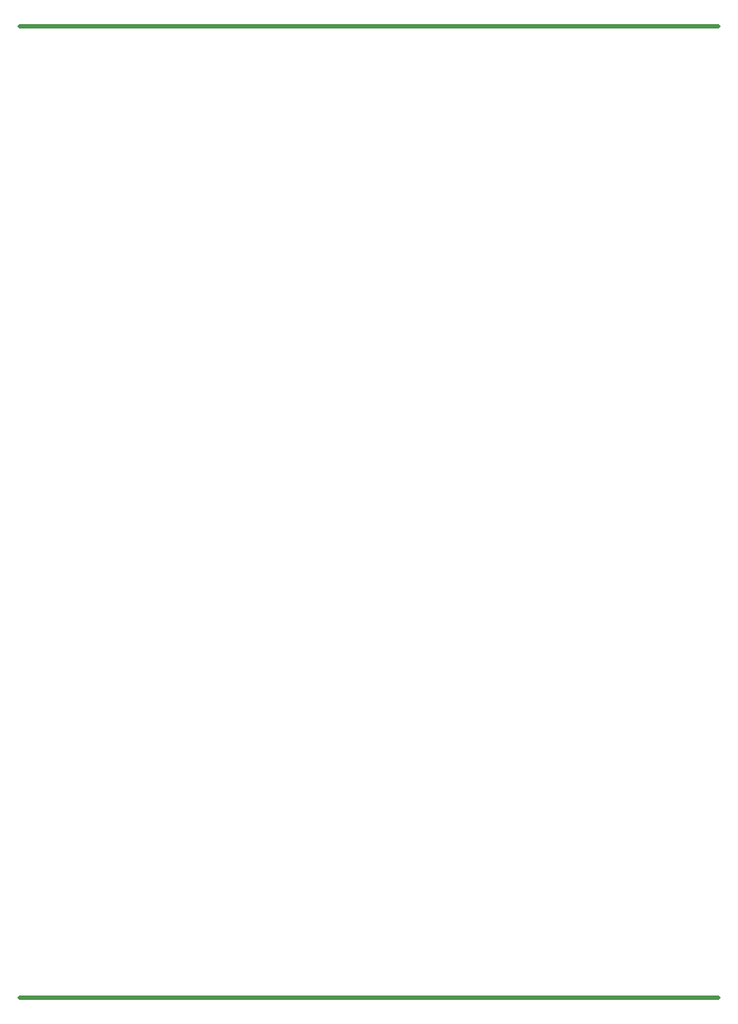
<source format=gto>
G04 #@! TF.GenerationSoftware,KiCad,Pcbnew,(6.0.11-0)*
G04 #@! TF.CreationDate,2023-03-26T21:43:42+01:00*
G04 #@! TF.ProjectId,panel,70616e65-6c2e-46b6-9963-61645f706362,rev?*
G04 #@! TF.SameCoordinates,Original*
G04 #@! TF.FileFunction,Legend,Top*
G04 #@! TF.FilePolarity,Positive*
%FSLAX46Y46*%
G04 Gerber Fmt 4.6, Leading zero omitted, Abs format (unit mm)*
G04 Created by KiCad (PCBNEW (6.0.11-0)) date 2023-03-26 21:43:42*
%MOMM*%
%LPD*%
G01*
G04 APERTURE LIST*
%ADD10C,0.500000*%
%ADD11O,7.000000X3.200000*%
G04 APERTURE END LIST*
D10*
X81000000Y-120500000D02*
X0Y-120500000D01*
X81000000Y-8000000D02*
X0Y-8000000D01*
%LPC*%
D11*
X5080000Y-125500000D03*
X75820000Y-125500000D03*
X75820000Y-3000000D03*
X5080000Y-3000000D03*
M02*

</source>
